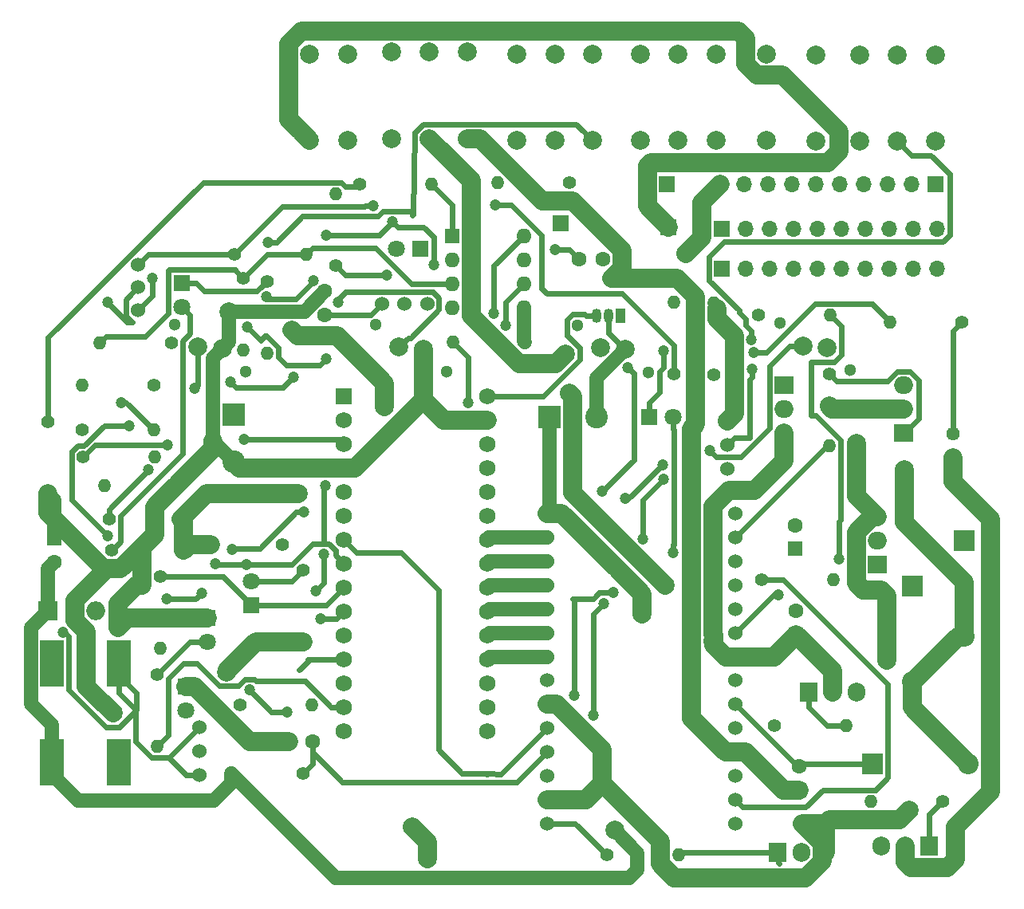
<source format=gbr>
G04 #@! TF.GenerationSoftware,KiCad,Pcbnew,5.1.6-c6e7f7d~86~ubuntu19.10.1*
G04 #@! TF.CreationDate,2020-06-16T13:29:06+02:00*
G04 #@! TF.ProjectId,laborBerlin,6c61626f-7242-4657-926c-696e2e6b6963,rev?*
G04 #@! TF.SameCoordinates,Original*
G04 #@! TF.FileFunction,Copper,L2,Bot*
G04 #@! TF.FilePolarity,Positive*
%FSLAX46Y46*%
G04 Gerber Fmt 4.6, Leading zero omitted, Abs format (unit mm)*
G04 Created by KiCad (PCBNEW 5.1.6-c6e7f7d~86~ubuntu19.10.1) date 2020-06-16 13:29:06*
%MOMM*%
%LPD*%
G01*
G04 APERTURE LIST*
G04 #@! TA.AperFunction,ComponentPad*
%ADD10C,1.400000*%
G04 #@! TD*
G04 #@! TA.AperFunction,ComponentPad*
%ADD11O,1.400000X1.400000*%
G04 #@! TD*
G04 #@! TA.AperFunction,ComponentPad*
%ADD12C,1.600000*%
G04 #@! TD*
G04 #@! TA.AperFunction,ComponentPad*
%ADD13R,1.600000X1.600000*%
G04 #@! TD*
G04 #@! TA.AperFunction,ComponentPad*
%ADD14R,2.400000X2.400000*%
G04 #@! TD*
G04 #@! TA.AperFunction,ComponentPad*
%ADD15C,2.400000*%
G04 #@! TD*
G04 #@! TA.AperFunction,ComponentPad*
%ADD16R,1.800000X1.800000*%
G04 #@! TD*
G04 #@! TA.AperFunction,ComponentPad*
%ADD17C,1.800000*%
G04 #@! TD*
G04 #@! TA.AperFunction,ComponentPad*
%ADD18R,2.200000X2.200000*%
G04 #@! TD*
G04 #@! TA.AperFunction,ComponentPad*
%ADD19O,2.200000X2.200000*%
G04 #@! TD*
G04 #@! TA.AperFunction,ComponentPad*
%ADD20R,2.000000X2.000000*%
G04 #@! TD*
G04 #@! TA.AperFunction,ComponentPad*
%ADD21O,2.000000X2.000000*%
G04 #@! TD*
G04 #@! TA.AperFunction,ComponentPad*
%ADD22C,1.524000*%
G04 #@! TD*
G04 #@! TA.AperFunction,ComponentPad*
%ADD23C,2.000000*%
G04 #@! TD*
G04 #@! TA.AperFunction,ComponentPad*
%ADD24R,1.700000X1.700000*%
G04 #@! TD*
G04 #@! TA.AperFunction,ComponentPad*
%ADD25O,1.700000X1.700000*%
G04 #@! TD*
G04 #@! TA.AperFunction,ComponentPad*
%ADD26R,2.500000X5.000000*%
G04 #@! TD*
G04 #@! TA.AperFunction,ComponentPad*
%ADD27O,1.905000X2.000000*%
G04 #@! TD*
G04 #@! TA.AperFunction,ComponentPad*
%ADD28R,1.905000X2.000000*%
G04 #@! TD*
G04 #@! TA.AperFunction,ComponentPad*
%ADD29O,2.000000X1.905000*%
G04 #@! TD*
G04 #@! TA.AperFunction,ComponentPad*
%ADD30R,2.000000X1.905000*%
G04 #@! TD*
G04 #@! TA.AperFunction,ComponentPad*
%ADD31C,1.440000*%
G04 #@! TD*
G04 #@! TA.AperFunction,ComponentPad*
%ADD32O,1.050000X1.500000*%
G04 #@! TD*
G04 #@! TA.AperFunction,ComponentPad*
%ADD33R,1.050000X1.500000*%
G04 #@! TD*
G04 #@! TA.AperFunction,ComponentPad*
%ADD34O,1.600000X1.600000*%
G04 #@! TD*
G04 #@! TA.AperFunction,WasherPad*
%ADD35C,1.300000*%
G04 #@! TD*
G04 #@! TA.AperFunction,ComponentPad*
%ADD36C,1.727200*%
G04 #@! TD*
G04 #@! TA.AperFunction,ComponentPad*
%ADD37R,1.727200X1.727200*%
G04 #@! TD*
G04 #@! TA.AperFunction,ViaPad*
%ADD38C,2.000000*%
G04 #@! TD*
G04 #@! TA.AperFunction,ViaPad*
%ADD39C,1.200000*%
G04 #@! TD*
G04 #@! TA.AperFunction,Conductor*
%ADD40C,0.600000*%
G04 #@! TD*
G04 #@! TA.AperFunction,Conductor*
%ADD41C,2.050000*%
G04 #@! TD*
G04 #@! TA.AperFunction,Conductor*
%ADD42C,1.500000*%
G04 #@! TD*
G04 APERTURE END LIST*
D10*
X181950000Y-65350000D03*
D11*
X181950000Y-72970000D03*
X229400000Y-67630000D03*
D10*
X229400000Y-75250000D03*
D12*
X184300000Y-114200000D03*
X186800000Y-114200000D03*
D13*
X159400000Y-92650000D03*
D12*
X159400000Y-95150000D03*
D13*
X238450000Y-119350000D03*
D12*
X238450000Y-116850000D03*
X238150000Y-100350000D03*
D13*
X238150000Y-102850000D03*
X238050000Y-93750000D03*
D12*
X238050000Y-91250000D03*
X188100000Y-68900000D03*
X188100000Y-66400000D03*
D14*
X211950000Y-79750000D03*
D15*
X216950000Y-79750000D03*
D12*
X217600000Y-63000000D03*
X215100000Y-63000000D03*
D15*
X178400000Y-84500000D03*
D14*
X178400000Y-79500000D03*
D16*
X175600000Y-101100000D03*
D17*
X175600000Y-103640000D03*
X173350000Y-110890000D03*
D16*
X173350000Y-108350000D03*
D18*
X250450000Y-97750000D03*
D19*
X250450000Y-107910000D03*
D20*
X158720000Y-100300000D03*
D21*
X163800000Y-100300000D03*
D18*
X255950000Y-92850000D03*
D19*
X255950000Y-103010000D03*
X256410000Y-116550000D03*
D18*
X246250000Y-116550000D03*
D16*
X222500000Y-79750000D03*
D17*
X225040000Y-79750000D03*
D16*
X180300000Y-99700000D03*
D17*
X180300000Y-97160000D03*
X172900000Y-68040000D03*
D16*
X172900000Y-65500000D03*
D17*
X195660000Y-61900000D03*
D16*
X198200000Y-61900000D03*
D22*
X174768000Y-115200000D03*
X174794000Y-112660000D03*
X174794000Y-117740000D03*
D23*
X240200000Y-50500000D03*
X240200000Y-41300000D03*
X235000000Y-41200000D03*
X235000000Y-50400000D03*
D24*
X230250000Y-64000000D03*
D25*
X232790000Y-64000000D03*
X235330000Y-64000000D03*
X237870000Y-64000000D03*
X240410000Y-64000000D03*
X242950000Y-64000000D03*
X245490000Y-64000000D03*
X248030000Y-64000000D03*
X250570000Y-64000000D03*
X253110000Y-64000000D03*
D24*
X230200000Y-59800000D03*
D25*
X232740000Y-59800000D03*
X235280000Y-59800000D03*
X237820000Y-59800000D03*
X240360000Y-59800000D03*
X242900000Y-59800000D03*
X245440000Y-59800000D03*
X247980000Y-59800000D03*
X250520000Y-59800000D03*
X253060000Y-59800000D03*
X230040000Y-55050000D03*
X232580000Y-55050000D03*
X235120000Y-55050000D03*
X237660000Y-55050000D03*
X240200000Y-55050000D03*
X242740000Y-55050000D03*
X245280000Y-55050000D03*
X247820000Y-55050000D03*
X250360000Y-55050000D03*
D24*
X252900000Y-55050000D03*
X224600000Y-59600000D03*
X224400000Y-55000000D03*
X213100000Y-59200000D03*
D26*
X166250000Y-105950000D03*
X159150000Y-116450000D03*
X166250000Y-116450000D03*
X159150000Y-105950000D03*
D22*
X230800000Y-85240000D03*
X230800000Y-82700000D03*
X230800000Y-80160000D03*
D27*
X241230000Y-126000000D03*
X238690000Y-126000000D03*
D28*
X236150000Y-126000000D03*
X239450000Y-108950000D03*
D27*
X241990000Y-108950000D03*
X244530000Y-108950000D03*
D29*
X246750000Y-90370000D03*
X246750000Y-92910000D03*
D30*
X246750000Y-95450000D03*
D27*
X247170000Y-125350000D03*
X249710000Y-125350000D03*
D28*
X252250000Y-125350000D03*
D30*
X236850000Y-76350000D03*
D29*
X236850000Y-78890000D03*
X236850000Y-81430000D03*
D30*
X249550000Y-81450000D03*
D29*
X249550000Y-78910000D03*
X249550000Y-76370000D03*
D22*
X168300000Y-66000000D03*
X168274000Y-68400000D03*
X168274000Y-63600000D03*
X194150000Y-67750000D03*
X196550000Y-67750000D03*
X198950000Y-67750000D03*
D10*
X218000000Y-126250000D03*
D11*
X225620000Y-126250000D03*
D10*
X185800000Y-117600000D03*
D11*
X178180000Y-117600000D03*
D10*
X235850000Y-112550000D03*
D11*
X243470000Y-112550000D03*
D10*
X169950000Y-76350000D03*
D11*
X162330000Y-76350000D03*
D10*
X165200000Y-90600000D03*
D11*
X172820000Y-90600000D03*
X186720000Y-110300000D03*
D10*
X179100000Y-110300000D03*
X234450000Y-97050000D03*
D11*
X242070000Y-97050000D03*
X246030000Y-120550000D03*
D10*
X253650000Y-120550000D03*
D11*
X241770000Y-68950000D03*
D10*
X234150000Y-68950000D03*
X172300000Y-87000000D03*
D11*
X164680000Y-87000000D03*
D10*
X241650000Y-75200000D03*
D11*
X241650000Y-82820000D03*
X175980000Y-93300000D03*
D10*
X183600000Y-93300000D03*
D11*
X170300000Y-114720000D03*
D10*
X170300000Y-107100000D03*
D11*
X206480000Y-54850000D03*
D10*
X214100000Y-54850000D03*
X162300000Y-81100000D03*
D11*
X169920000Y-81100000D03*
X170070000Y-84000000D03*
D10*
X162450000Y-84000000D03*
D11*
X185800000Y-103620000D03*
D10*
X185800000Y-96000000D03*
X158700000Y-80250000D03*
D11*
X158700000Y-87870000D03*
D10*
X189250000Y-63650000D03*
D11*
X189250000Y-56030000D03*
D10*
X225150000Y-75150000D03*
D11*
X225150000Y-67530000D03*
X199420000Y-55050000D03*
D10*
X191800000Y-55050000D03*
D11*
X201680000Y-71800000D03*
D10*
X209300000Y-71800000D03*
D11*
X186120000Y-62500000D03*
D10*
X178500000Y-62500000D03*
D11*
X248130000Y-69650000D03*
D10*
X255750000Y-69650000D03*
D11*
X164180000Y-71900000D03*
D10*
X171800000Y-71900000D03*
X179450000Y-65050000D03*
D11*
X179450000Y-72670000D03*
D10*
X165500000Y-93900000D03*
D11*
X173120000Y-93900000D03*
X170600000Y-104320000D03*
D10*
X170600000Y-96700000D03*
D31*
X254750000Y-81500000D03*
X254750000Y-84040000D03*
X254750000Y-86580000D03*
D22*
X211650000Y-95080000D03*
X211650000Y-90000000D03*
X211650000Y-92540000D03*
X211650000Y-97590000D03*
X211650000Y-100130000D03*
X211650000Y-102670000D03*
X211650000Y-105210000D03*
X211650000Y-107740000D03*
X211650000Y-110280000D03*
X211650000Y-112820000D03*
X211650000Y-115360000D03*
X211650000Y-117890000D03*
X211650000Y-120390000D03*
X211650000Y-122930000D03*
X231700000Y-112820000D03*
X231700000Y-115360000D03*
X231700000Y-100130000D03*
X231700000Y-122930000D03*
X231700000Y-92540000D03*
X231700000Y-110280000D03*
X231700000Y-102670000D03*
X231700000Y-117890000D03*
X231700000Y-97590000D03*
X231700000Y-90000000D03*
X231700000Y-107740000D03*
X231700000Y-120390000D03*
X231700000Y-95080000D03*
X231700000Y-105210000D03*
D23*
X225600000Y-50400000D03*
X225600000Y-41200000D03*
X221600000Y-50400000D03*
X229600000Y-50400000D03*
X221600000Y-41200000D03*
X229600000Y-41200000D03*
X190500000Y-41200000D03*
X186500000Y-41200000D03*
X190500000Y-50400000D03*
X186500000Y-50400000D03*
X212500000Y-50400000D03*
X212500000Y-41200000D03*
X208500000Y-50400000D03*
X216500000Y-50400000D03*
X208500000Y-41200000D03*
X216500000Y-41200000D03*
D32*
X218230000Y-69000000D03*
X216960000Y-69000000D03*
D33*
X219500000Y-69000000D03*
D13*
X201600000Y-60500000D03*
D34*
X209220000Y-68120000D03*
X201600000Y-63040000D03*
X209220000Y-65580000D03*
X201600000Y-65580000D03*
X209220000Y-63040000D03*
X201600000Y-68120000D03*
X209220000Y-60500000D03*
D23*
X203200000Y-41000000D03*
X195200000Y-41000000D03*
X203200000Y-50200000D03*
X195200000Y-50200000D03*
X199200000Y-41000000D03*
X199200000Y-50200000D03*
D35*
X201000000Y-74950000D03*
X193500000Y-69950000D03*
D23*
X198550000Y-72550000D03*
X195950000Y-72350000D03*
X252900000Y-41300000D03*
X244900000Y-41300000D03*
X252900000Y-50500000D03*
X244900000Y-50500000D03*
X248900000Y-41300000D03*
X248900000Y-50500000D03*
X174600000Y-72300000D03*
X177200000Y-72500000D03*
D35*
X172150000Y-69900000D03*
X179650000Y-74900000D03*
X243900000Y-74800000D03*
X236400000Y-69800000D03*
D23*
X241450000Y-72400000D03*
X238850000Y-72200000D03*
X217400000Y-72400000D03*
X220000000Y-72600000D03*
D35*
X214950000Y-70000000D03*
X222450000Y-75000000D03*
D36*
X205320000Y-77530000D03*
X205320000Y-80070000D03*
X205320000Y-82610000D03*
X205320000Y-85150000D03*
X205320000Y-87690000D03*
X205320000Y-90230000D03*
X205320000Y-92770000D03*
X205320000Y-95310000D03*
X205320000Y-97850000D03*
X205320000Y-100390000D03*
X205320000Y-102930000D03*
X205320000Y-105470000D03*
X205320000Y-108010000D03*
X205320000Y-110550000D03*
X205320000Y-113090000D03*
X190080000Y-113090000D03*
X190080000Y-110550000D03*
X190080000Y-108010000D03*
X190080000Y-105470000D03*
X190080000Y-102930000D03*
X190080000Y-100390000D03*
X190080000Y-97850000D03*
X190080000Y-95310000D03*
X190080000Y-92770000D03*
X190080000Y-90230000D03*
X190080000Y-87690000D03*
X190080000Y-85150000D03*
X190080000Y-82610000D03*
X190080000Y-80070000D03*
D37*
X190080000Y-77530000D03*
D38*
X244550000Y-82550000D03*
X250150000Y-121500000D03*
X226450000Y-62400000D03*
X177900000Y-68550000D03*
X247800000Y-105600000D03*
X165650000Y-111150000D03*
X249650000Y-85350000D03*
X230800000Y-80160000D03*
X230800000Y-80160000D03*
X230800000Y-80160000D03*
X230800000Y-80160000D03*
X218850000Y-123650000D03*
X221800000Y-100650000D03*
X219107959Y-95885353D03*
X213600000Y-73050000D03*
X224200000Y-97650000D03*
X214055002Y-77250000D03*
D39*
X206015969Y-68784031D03*
X184750000Y-75500000D03*
X178100000Y-76000000D03*
X212500000Y-61950000D03*
D38*
X197400000Y-123300000D03*
X198950000Y-126700000D03*
X241650000Y-78600000D03*
D39*
X224050000Y-86350000D03*
X221840470Y-92709530D03*
X218761090Y-98388910D03*
X214600000Y-109300000D03*
X225109530Y-94159530D03*
X224050000Y-72700000D03*
X182100000Y-61200000D03*
X179800000Y-95400000D03*
X188150010Y-87000000D03*
X167300000Y-80650000D03*
X165000000Y-92350000D03*
X176500000Y-95350000D03*
X175000000Y-98450000D03*
X171295000Y-99100000D03*
X233600000Y-72900000D03*
X160259635Y-102633088D03*
X165000000Y-67600000D03*
D38*
X194450000Y-78650000D03*
X184662495Y-70587505D03*
X177624322Y-106825009D03*
X185300000Y-87850000D03*
D39*
X233386999Y-71516297D03*
X233428002Y-74700000D03*
X179850000Y-70200000D03*
X169800000Y-65050000D03*
X188250000Y-73600000D03*
X203300000Y-78245000D03*
X207265969Y-70034031D03*
X186900000Y-65299999D03*
X188210693Y-60420635D03*
X195300000Y-59000000D03*
X181884635Y-66971001D03*
X199650000Y-63600000D03*
X194650000Y-64700000D03*
X184050000Y-111050000D03*
X180100000Y-108750000D03*
X169400000Y-85350000D03*
X189475000Y-67600000D03*
X185900000Y-89850000D03*
X178256001Y-93799999D03*
X236250000Y-98600000D03*
X242650000Y-94850000D03*
X219950000Y-88421998D03*
X223971998Y-84800000D03*
X228950000Y-83300000D03*
X217700000Y-99550000D03*
X216600000Y-111450000D03*
X217550000Y-87650000D03*
X220285018Y-74507015D03*
X166500000Y-78200000D03*
X171350000Y-82750000D03*
X179550000Y-82100000D03*
X206200000Y-57200000D03*
X193200000Y-57350000D03*
X187950000Y-94300000D03*
X187100000Y-98250000D03*
X187616399Y-101150000D03*
X174250000Y-76700000D03*
D40*
X186800000Y-115331370D02*
X186800000Y-114200000D01*
X189968640Y-118500010D02*
X186800000Y-115331370D01*
X208509990Y-118500010D02*
X189968640Y-118500010D01*
X211650000Y-115360000D02*
X208509990Y-118500010D01*
X186800000Y-116600000D02*
X185800000Y-117600000D01*
X186800000Y-115331370D02*
X186800000Y-116600000D01*
D41*
X246750000Y-90370000D02*
X246163036Y-90370000D01*
X246163036Y-90370000D02*
X244524990Y-92008046D01*
X244550000Y-88170000D02*
X246750000Y-90370000D01*
X244550000Y-82550000D02*
X244550000Y-88170000D01*
X211650000Y-120390000D02*
X215810000Y-120390000D01*
X215810000Y-120390000D02*
X217550000Y-118650000D01*
X212727630Y-110280000D02*
X211650000Y-110280000D01*
X217550000Y-115102370D02*
X212727630Y-110280000D01*
X217550000Y-118650000D02*
X217550000Y-115102370D01*
X230040000Y-55050000D02*
X228124999Y-56965001D01*
X228124999Y-60725001D02*
X226450000Y-62400000D01*
X228124999Y-56965001D02*
X228124999Y-60725001D01*
D40*
X218230000Y-70830000D02*
X218230000Y-69000000D01*
X220000000Y-72600000D02*
X218230000Y-70830000D01*
D42*
X159400000Y-88570000D02*
X158700000Y-87870000D01*
X159400000Y-92650000D02*
X159400000Y-88570000D01*
X209220000Y-71720000D02*
X209300000Y-71800000D01*
X209220000Y-68120000D02*
X209220000Y-71720000D01*
X188100000Y-66400000D02*
X185950000Y-68550000D01*
X185950000Y-68550000D02*
X177900000Y-68550000D01*
X177900000Y-71800000D02*
X177200000Y-72500000D01*
X177900000Y-68550000D02*
X177900000Y-71800000D01*
X177200001Y-83300001D02*
X178400000Y-84500000D01*
X176200001Y-73499999D02*
X176200001Y-82300001D01*
X176200001Y-82300001D02*
X177200001Y-83300001D01*
X177200000Y-72500000D02*
X176200001Y-73499999D01*
X216950000Y-75650000D02*
X216950000Y-79750000D01*
X220000000Y-72600000D02*
X216950000Y-75650000D01*
D41*
X176200001Y-83099999D02*
X176200001Y-82300001D01*
X172300000Y-87000000D02*
X176200001Y-83099999D01*
X179050000Y-85150000D02*
X178400000Y-84500000D01*
X190080000Y-85150000D02*
X179050000Y-85150000D01*
X191301314Y-85150000D02*
X198550000Y-77901314D01*
X190080000Y-85150000D02*
X191301314Y-85150000D01*
X198550000Y-77901314D02*
X198550000Y-72550000D01*
X200718686Y-80070000D02*
X205320000Y-80070000D01*
X198550000Y-77901314D02*
X200718686Y-80070000D01*
X244524990Y-97382492D02*
X245242498Y-98100000D01*
X244524990Y-92008046D02*
X244524990Y-97382492D01*
X245242498Y-98100000D02*
X247150000Y-98100000D01*
X247800000Y-98750000D02*
X247800000Y-104100000D01*
X247150000Y-98100000D02*
X247800000Y-98750000D01*
X247800000Y-104100000D02*
X247800000Y-105600000D01*
X241680001Y-122499999D02*
X249150001Y-122499999D01*
X249150001Y-122499999D02*
X250150000Y-121500000D01*
X241230000Y-122950000D02*
X241680001Y-122499999D01*
X241230000Y-126000000D02*
X241230000Y-122950000D01*
X223694999Y-124794999D02*
X217550000Y-118650000D01*
X223694999Y-127174001D02*
X223694999Y-124794999D01*
X225196006Y-128675008D02*
X223694999Y-127174001D01*
X239141956Y-128675008D02*
X225196006Y-128675008D01*
X240867510Y-126949454D02*
X239141956Y-128675008D01*
X240867510Y-125050546D02*
X240867510Y-126949454D01*
X238766964Y-122950000D02*
X240867510Y-125050546D01*
X241230000Y-122950000D02*
X238766964Y-122950000D01*
X171600001Y-87699999D02*
X172300000Y-87000000D01*
X158700000Y-89949002D02*
X164575999Y-95825001D01*
X158700000Y-87870000D02*
X158700000Y-89949002D01*
X166424001Y-95825001D02*
X170000000Y-92249002D01*
X170000000Y-89300000D02*
X171600001Y-87699999D01*
X164575999Y-95825001D02*
X166424001Y-95825001D01*
X170000000Y-92249002D02*
X170000000Y-89300000D01*
X168674999Y-93574003D02*
X170000000Y-92249002D01*
X168674999Y-97624001D02*
X168674999Y-93574003D01*
X184300000Y-114200000D02*
X180150998Y-114200000D01*
X174300998Y-108350000D02*
X173350000Y-108350000D01*
X180150998Y-114200000D02*
X174300998Y-108350000D01*
X164981997Y-95825001D02*
X166424001Y-95825001D01*
X161574999Y-101368001D02*
X161574999Y-99231999D01*
X162731999Y-102525001D02*
X161574999Y-101368001D01*
X162731999Y-108387001D02*
X162731999Y-102525001D01*
X161574999Y-99231999D02*
X164981997Y-95825001D01*
X164494999Y-110150001D02*
X162731999Y-108387001D01*
X164650001Y-110150001D02*
X164494999Y-110150001D01*
X165650000Y-111150000D02*
X164650001Y-110150001D01*
X168075999Y-97624001D02*
X166100000Y-99600000D01*
X168674999Y-97624001D02*
X168075999Y-97624001D01*
X166100000Y-99600000D02*
X166100000Y-102100000D01*
X167100000Y-101100000D02*
X175600000Y-101100000D01*
X166100000Y-102100000D02*
X167100000Y-101100000D01*
X255950000Y-101454366D02*
X255950000Y-103010000D01*
X249650000Y-90955002D02*
X255950000Y-97255002D01*
X255950000Y-97255002D02*
X255950000Y-101454366D01*
X249650000Y-85350000D02*
X249650000Y-90955002D01*
X255350000Y-103010000D02*
X250450000Y-107910000D01*
X255950000Y-103010000D02*
X255350000Y-103010000D01*
X250450000Y-110590000D02*
X256410000Y-116550000D01*
X250450000Y-107910000D02*
X250450000Y-110590000D01*
X229725009Y-69325009D02*
X229725009Y-68231699D01*
X231561999Y-71161999D02*
X229725009Y-69325009D01*
X230800000Y-80160000D02*
X231561999Y-79398001D01*
X231561999Y-79398001D02*
X231561999Y-71161999D01*
X230800000Y-80160000D02*
X230810000Y-80160000D01*
D40*
X206541314Y-77530000D02*
X205320000Y-77530000D01*
X215125008Y-73681680D02*
X211276688Y-77530000D01*
X211276688Y-77530000D02*
X206541314Y-77530000D01*
X215125008Y-72418320D02*
X215125008Y-73681680D01*
X213799999Y-71093311D02*
X215125008Y-72418320D01*
X213799999Y-69447999D02*
X213799999Y-71093311D01*
X214397999Y-68849999D02*
X213799999Y-69447999D01*
X215684999Y-68849999D02*
X214397999Y-68849999D01*
X215835000Y-69000000D02*
X215684999Y-68849999D01*
X216960000Y-69000000D02*
X215835000Y-69000000D01*
D42*
X211950000Y-89700000D02*
X211650000Y-90000000D01*
X211950000Y-79750000D02*
X211950000Y-89700000D01*
X189280001Y-128700001D02*
X220442001Y-128700001D01*
X178180000Y-117600000D02*
X189280001Y-128700001D01*
X220442001Y-128700001D02*
X221300001Y-127842001D01*
X221300001Y-127842001D02*
X221300001Y-126100001D01*
X221300001Y-126100001D02*
X218850000Y-123650000D01*
X212564213Y-90000000D02*
X211650000Y-90000000D01*
X159150000Y-117700000D02*
X159150000Y-116450000D01*
X161900000Y-120450000D02*
X159150000Y-117700000D01*
X176319949Y-120450000D02*
X161900000Y-120450000D01*
X178180000Y-118589949D02*
X176319949Y-120450000D01*
X178180000Y-117600000D02*
X178180000Y-118589949D01*
X156949999Y-102070001D02*
X158720000Y-100300000D01*
X159150000Y-112450000D02*
X156949999Y-110249999D01*
X156949999Y-110249999D02*
X156949999Y-102070001D01*
X159150000Y-116450000D02*
X159150000Y-112450000D01*
X158720000Y-95830000D02*
X159400000Y-95150000D01*
X158720000Y-100300000D02*
X158720000Y-95830000D01*
D41*
X221800000Y-98577394D02*
X219107959Y-95885353D01*
X221800000Y-100650000D02*
X221800000Y-98577394D01*
X213222606Y-90000000D02*
X211650000Y-90000000D01*
X219107959Y-95885353D02*
X213222606Y-90000000D01*
D40*
X238750000Y-116550000D02*
X238450000Y-116850000D01*
X246250000Y-116550000D02*
X238750000Y-116550000D01*
X238270000Y-116850000D02*
X238450000Y-116850000D01*
X231700000Y-110280000D02*
X238270000Y-116850000D01*
D41*
X232777630Y-115360000D02*
X236767630Y-119350000D01*
X236767630Y-119350000D02*
X238450000Y-119350000D01*
X231700000Y-115360000D02*
X232777630Y-115360000D01*
X231700000Y-115360000D02*
X230622370Y-115360000D01*
X211189214Y-56775001D02*
X204614213Y-50200000D01*
X204614213Y-50200000D02*
X203200000Y-50200000D01*
X214372003Y-56775001D02*
X211189214Y-56775001D01*
X219625001Y-62027999D02*
X214372003Y-56775001D01*
X218572001Y-65025001D02*
X219625001Y-63972001D01*
X225494003Y-65025001D02*
X218572001Y-65025001D01*
X219625001Y-63972001D02*
X219625001Y-62027999D01*
X227474999Y-67005997D02*
X225494003Y-65025001D01*
X227474999Y-80544239D02*
X227474999Y-67005997D01*
X227024990Y-80994248D02*
X227474999Y-80544239D01*
X230622370Y-115360000D02*
X227024990Y-111762620D01*
X227024990Y-111762620D02*
X227024990Y-80994248D01*
X235790000Y-105210000D02*
X238150000Y-102850000D01*
X231700000Y-105210000D02*
X235790000Y-105210000D01*
X241990000Y-106690000D02*
X241990000Y-108950000D01*
X238150000Y-102850000D02*
X241990000Y-106690000D01*
X230622370Y-105210000D02*
X229400000Y-103987630D01*
X231700000Y-105210000D02*
X230622370Y-105210000D01*
X203625001Y-54625001D02*
X200199999Y-51199999D01*
X203625001Y-68974003D02*
X203625001Y-54625001D01*
X208700997Y-74049999D02*
X203625001Y-68974003D01*
X212600001Y-74049999D02*
X208700997Y-74049999D01*
X200199999Y-51199999D02*
X199200000Y-50200000D01*
X213600000Y-73050000D02*
X212600001Y-74049999D01*
X229400000Y-103650000D02*
X229300000Y-103550000D01*
X229400000Y-103987630D02*
X229400000Y-103650000D01*
X236802500Y-81430000D02*
X236850000Y-81430000D01*
X236850000Y-84432500D02*
X236850000Y-81430000D01*
X233732500Y-87550000D02*
X236850000Y-84432500D01*
X229400000Y-103650000D02*
X229400000Y-102900000D01*
X229400000Y-102900000D02*
X229275000Y-102775000D01*
X229275000Y-102775000D02*
X229275000Y-89275000D01*
X229275000Y-89275000D02*
X231000000Y-87550000D01*
X231000000Y-87550000D02*
X233732500Y-87550000D01*
X214375001Y-77569999D02*
X214055002Y-77250000D01*
X214375001Y-87825001D02*
X214375001Y-77569999D01*
X224200000Y-97650000D02*
X214375001Y-87825001D01*
D40*
X193000000Y-68900000D02*
X194150000Y-67750000D01*
X188100000Y-68900000D02*
X193000000Y-68900000D01*
X209220000Y-60500000D02*
X206015969Y-63704031D01*
X206015969Y-63704031D02*
X206015969Y-68784031D01*
X184100000Y-76150000D02*
X184750000Y-75500000D01*
X178699999Y-76599999D02*
X183650001Y-76599999D01*
X183650001Y-76599999D02*
X184100000Y-76150000D01*
X178100000Y-76000000D02*
X178699999Y-76599999D01*
X214050000Y-61950000D02*
X215100000Y-63000000D01*
X212500000Y-61950000D02*
X214050000Y-61950000D01*
D41*
X254182501Y-127575001D02*
X255000000Y-126757502D01*
X250317499Y-127575001D02*
X254182501Y-127575001D01*
X249710000Y-125350000D02*
X249710000Y-126967502D01*
X249710000Y-126967502D02*
X250317499Y-127575001D01*
X255000000Y-126757502D02*
X255000000Y-123300000D01*
X255469999Y-87299999D02*
X254750000Y-86580000D01*
X258735001Y-90565001D02*
X255469999Y-87299999D01*
X258735001Y-119564999D02*
X258735001Y-90565001D01*
X255000000Y-123300000D02*
X258735001Y-119564999D01*
X254750000Y-86580000D02*
X254750000Y-84040000D01*
X198950000Y-124850000D02*
X197400000Y-123300000D01*
X198950000Y-126700000D02*
X198950000Y-124850000D01*
X249550000Y-78910000D02*
X241960000Y-78910000D01*
X241960000Y-78910000D02*
X241650000Y-78600000D01*
D40*
X173760000Y-103640000D02*
X175600000Y-103640000D01*
X170300000Y-107100000D02*
X173760000Y-103640000D01*
X224050000Y-86350000D02*
X221840470Y-88559530D01*
X221840470Y-88559530D02*
X221840470Y-92709530D01*
X217233088Y-98388910D02*
X216821998Y-98800000D01*
X218761090Y-98388910D02*
X217233088Y-98388910D01*
X216599999Y-99021999D02*
X214378001Y-99021999D01*
X216821998Y-98800000D02*
X216599999Y-99021999D01*
X214378001Y-99021999D02*
X214600000Y-99243998D01*
X214600000Y-99243998D02*
X214600000Y-109300000D01*
X225040000Y-81022792D02*
X225040000Y-79750000D01*
X225150001Y-93270531D02*
X225150001Y-81132793D01*
X225150001Y-81132793D02*
X225040000Y-81022792D01*
X225109530Y-93311002D02*
X225150001Y-93270531D01*
X225109530Y-94159530D02*
X225109530Y-93311002D01*
X223600001Y-74923997D02*
X223600001Y-77149999D01*
X222500000Y-78250000D02*
X222500000Y-79750000D01*
X223600001Y-77149999D02*
X222500000Y-78250000D01*
X224050000Y-74473998D02*
X223600001Y-74923997D01*
X224050000Y-72700000D02*
X224050000Y-74473998D01*
X184640000Y-97160000D02*
X185800000Y-96000000D01*
X180300000Y-97160000D02*
X184640000Y-97160000D01*
X188230000Y-99700000D02*
X190080000Y-97850000D01*
X180300000Y-99700000D02*
X188230000Y-99700000D01*
X177300000Y-96700000D02*
X180300000Y-99700000D01*
X170600000Y-96700000D02*
X177300000Y-96700000D01*
X166400001Y-92999999D02*
X166199999Y-93200001D01*
X166199999Y-93200001D02*
X165500000Y-93900000D01*
X166400001Y-90249999D02*
X166400001Y-92999999D01*
X173000001Y-83649999D02*
X166400001Y-90249999D01*
X173000001Y-71679997D02*
X173000001Y-83649999D01*
X173799999Y-70879999D02*
X173000001Y-71679997D01*
X173799999Y-68939999D02*
X173799999Y-70879999D01*
X172900000Y-68040000D02*
X173799999Y-68939999D01*
X181250001Y-66049999D02*
X181950000Y-65350000D01*
X180899999Y-66400001D02*
X181250001Y-66049999D01*
X174400000Y-65500000D02*
X175300001Y-66400001D01*
X175300001Y-66400001D02*
X180899999Y-66400001D01*
X172900000Y-65500000D02*
X174400000Y-65500000D01*
X215500001Y-49400001D02*
X216500000Y-50400000D01*
X214774992Y-48674992D02*
X215500001Y-49400001D01*
X198568320Y-48674992D02*
X214774992Y-48674992D01*
X197674992Y-49568320D02*
X198568320Y-48674992D01*
X193728001Y-58450001D02*
X194278003Y-57899999D01*
X185698527Y-58450001D02*
X193728001Y-58450001D01*
X182948528Y-61200000D02*
X185698527Y-58450001D01*
X182100000Y-61200000D02*
X182948528Y-61200000D01*
X197099999Y-57899999D02*
X197450000Y-58250000D01*
X194278003Y-57899999D02*
X197099999Y-57899999D01*
X197400000Y-58300000D02*
X197450000Y-58250000D01*
X197450000Y-58250000D02*
X197674992Y-49568320D01*
X184623998Y-95400000D02*
X179800000Y-95400000D01*
X189216401Y-94446401D02*
X189216401Y-93938399D01*
X190080000Y-95310000D02*
X189216401Y-94446401D01*
X189216401Y-93938399D02*
X188478001Y-93199999D01*
X186823999Y-93199999D02*
X184623998Y-95400000D01*
X187999999Y-87150011D02*
X188150010Y-87000000D01*
X187999999Y-93199999D02*
X187999999Y-87150011D01*
X187999999Y-93199999D02*
X186823999Y-93199999D01*
X188478001Y-93199999D02*
X187999999Y-93199999D01*
X161249999Y-88599999D02*
X165000000Y-92350000D01*
X164668616Y-80650000D02*
X162518617Y-82799999D01*
X162518617Y-82799999D02*
X161873999Y-82799999D01*
X161249999Y-83423999D02*
X161249999Y-88599999D01*
X161873999Y-82799999D02*
X161249999Y-83423999D01*
X167300000Y-80650000D02*
X164668616Y-80650000D01*
X179800000Y-95400000D02*
X176550000Y-95400000D01*
X176550000Y-95400000D02*
X176500000Y-95350000D01*
X174350000Y-99100000D02*
X175000000Y-98450000D01*
X171295000Y-99100000D02*
X174350000Y-99100000D01*
X235002002Y-72900000D02*
X233600000Y-72900000D01*
X248130000Y-69650000D02*
X246229999Y-67749999D01*
X240152003Y-67749999D02*
X235002002Y-72900000D01*
X246229999Y-67749999D02*
X240152003Y-67749999D01*
X191550000Y-55300000D02*
X191800000Y-55050000D01*
X175176239Y-54829999D02*
X189826001Y-54829999D01*
X189826001Y-54829999D02*
X190296002Y-55300000D01*
X190296002Y-55300000D02*
X191550000Y-55300000D01*
X158700000Y-71306238D02*
X175176239Y-54829999D01*
X158700000Y-80250000D02*
X158700000Y-71306238D01*
X168000001Y-110800001D02*
X166250000Y-109050000D01*
X169723999Y-115920001D02*
X168000001Y-114196003D01*
X166250000Y-109050000D02*
X166250000Y-105950000D01*
X168000001Y-114196003D02*
X168000001Y-110800001D01*
X171533999Y-115920001D02*
X169723999Y-115920001D01*
X174794000Y-112660000D02*
X171533999Y-115920001D01*
X173353998Y-117740000D02*
X174794000Y-117740000D01*
X171533999Y-115920001D02*
X173353998Y-117740000D01*
X160483090Y-102633088D02*
X160259635Y-102633088D01*
X160900001Y-103049999D02*
X160483090Y-102633088D01*
X160900001Y-108711692D02*
X160900001Y-103049999D01*
X164863317Y-112675008D02*
X160900001Y-108711692D01*
X166250000Y-107200000D02*
X168100000Y-109050000D01*
X166281680Y-112675008D02*
X164863317Y-112675008D01*
X166250000Y-105950000D02*
X166250000Y-107200000D01*
X168100000Y-109050000D02*
X168100000Y-110856688D01*
X168100000Y-110856688D02*
X166281680Y-112675008D01*
X167538001Y-66761999D02*
X168300000Y-66000000D01*
X167011999Y-67288001D02*
X167538001Y-66761999D01*
X167011999Y-69005761D02*
X167011999Y-67288001D01*
X167062001Y-69662001D02*
X167668239Y-69662001D01*
X167668239Y-69662001D02*
X167011999Y-69005761D01*
X165000000Y-67600000D02*
X167062001Y-69662001D01*
D41*
X185500001Y-49400001D02*
X186500000Y-50400000D01*
X184274999Y-48174999D02*
X185500001Y-49400001D01*
X232017999Y-38774999D02*
X185631999Y-38774999D01*
X232774999Y-39531999D02*
X232017999Y-38774999D01*
X232774999Y-42268001D02*
X232774999Y-39531999D01*
X233931999Y-43425001D02*
X232774999Y-42268001D01*
X184274999Y-40131999D02*
X184274999Y-48174999D01*
X236668001Y-43425001D02*
X233931999Y-43425001D01*
X242674999Y-49431999D02*
X236668001Y-43425001D01*
X185631999Y-38774999D02*
X184274999Y-40131999D01*
X242674999Y-51568001D02*
X242674999Y-49431999D01*
X241517999Y-52725001D02*
X242674999Y-51568001D01*
X222703993Y-52725001D02*
X241517999Y-52725001D01*
X222324999Y-53103995D02*
X222703993Y-52725001D01*
X222324999Y-57324999D02*
X222324999Y-53103995D01*
X224600000Y-59600000D02*
X222324999Y-57324999D01*
X185199989Y-71124999D02*
X184662495Y-70587505D01*
X189397001Y-71124999D02*
X185199989Y-71124999D01*
X194450000Y-78650000D02*
X194450000Y-76177998D01*
X194450000Y-76177998D02*
X189397001Y-71124999D01*
X184662495Y-70587505D02*
X184600000Y-70525010D01*
X173720000Y-93300000D02*
X173120000Y-93900000D01*
X175980000Y-93300000D02*
X173720000Y-93300000D01*
X173120000Y-90900000D02*
X172820000Y-90600000D01*
X173120000Y-93900000D02*
X173120000Y-90900000D01*
X180760000Y-103620000D02*
X185800000Y-103620000D01*
X177780000Y-106600000D02*
X180760000Y-103620000D01*
X172820000Y-90600000D02*
X175570000Y-87850000D01*
X175570000Y-87850000D02*
X185300000Y-87850000D01*
D40*
X249899999Y-51499999D02*
X248900000Y-50500000D01*
X252450003Y-52000001D02*
X250400001Y-52000001D01*
X254410001Y-53959999D02*
X252450003Y-52000001D01*
X254410001Y-60448001D02*
X254410001Y-53959999D01*
X253708001Y-61150001D02*
X254410001Y-60448001D01*
X230499997Y-61150001D02*
X253708001Y-61150001D01*
X250400001Y-52000001D02*
X249899999Y-51499999D01*
X228899999Y-65250001D02*
X228899999Y-62749999D01*
X232062001Y-68412003D02*
X228899999Y-65250001D01*
X228899999Y-62749999D02*
X230499997Y-61150001D01*
X231561999Y-81938001D02*
X233161999Y-81938001D01*
X230800000Y-82700000D02*
X231561999Y-81938001D01*
X232062001Y-68638003D02*
X232750000Y-69326002D01*
X232062001Y-68412003D02*
X232062001Y-68638003D01*
X232750000Y-69326002D02*
X232750000Y-70000000D01*
X232750000Y-70000000D02*
X233386999Y-70636999D01*
X233386999Y-70636999D02*
X233386999Y-71516297D01*
X233161999Y-75814531D02*
X233161999Y-81938001D01*
X233428002Y-75548528D02*
X233161999Y-75814531D01*
X233428002Y-74700000D02*
X233428002Y-75548528D01*
X236250000Y-127050000D02*
X236350000Y-127150000D01*
X225870000Y-126000000D02*
X225620000Y-126250000D01*
X236150000Y-126000000D02*
X225870000Y-126000000D01*
X242480051Y-112550000D02*
X243470000Y-112550000D01*
X241450000Y-112550000D02*
X242480051Y-112550000D01*
X239450000Y-110550000D02*
X241450000Y-112550000D01*
X239450000Y-108950000D02*
X239450000Y-110550000D01*
X252250000Y-121950000D02*
X253650000Y-120550000D01*
X252250000Y-125350000D02*
X252250000Y-121950000D01*
X234150000Y-68950000D02*
X234150000Y-69300403D01*
X251150000Y-79897500D02*
X249597500Y-81450000D01*
X249597500Y-81450000D02*
X249550000Y-81450000D01*
X251150000Y-75868341D02*
X251150000Y-79897500D01*
X250199149Y-74917490D02*
X251150000Y-75868341D01*
X248900851Y-74917490D02*
X250199149Y-74917490D01*
X247868340Y-75950001D02*
X248900851Y-74917490D01*
X242400001Y-75950001D02*
X247868340Y-75950001D01*
X241650000Y-75200000D02*
X242400001Y-75950001D01*
X181279999Y-71629999D02*
X179850000Y-70200000D01*
X169800000Y-66874000D02*
X168274000Y-68400000D01*
X169800000Y-65050000D02*
X169800000Y-66874000D01*
X187599999Y-74250001D02*
X188250000Y-73600000D01*
X184023999Y-74250001D02*
X187599999Y-74250001D01*
X181753308Y-71156690D02*
X181912692Y-71156690D01*
X181279999Y-71629999D02*
X181753308Y-71156690D01*
X183150001Y-72393999D02*
X183150001Y-73376003D01*
X181912692Y-71156690D02*
X183150001Y-72393999D01*
X183150001Y-73376003D02*
X184023999Y-74250001D01*
X203300000Y-73420000D02*
X201680000Y-71800000D01*
X203300000Y-78245000D02*
X203300000Y-73420000D01*
X207265969Y-67534031D02*
X209220000Y-65580000D01*
X207265969Y-70034031D02*
X207265969Y-67534031D01*
X185300000Y-66950000D02*
X187050000Y-65200000D01*
X188210693Y-60420635D02*
X193879365Y-60420635D01*
X193879365Y-60420635D02*
X195300000Y-59000000D01*
X185300000Y-66950000D02*
X185000000Y-67250000D01*
X182050000Y-67250000D02*
X181800000Y-67000000D01*
X185000000Y-67250000D02*
X182050000Y-67250000D01*
X198600001Y-59599999D02*
X195899999Y-59599999D01*
X195899999Y-59599999D02*
X195300000Y-59000000D01*
X199650000Y-60649998D02*
X198600001Y-59599999D01*
X199650000Y-63600000D02*
X199650000Y-60649998D01*
X190300000Y-64700000D02*
X189250000Y-63650000D01*
X194650000Y-64700000D02*
X190300000Y-64700000D01*
X214680000Y-122930000D02*
X218000000Y-126250000D01*
X211650000Y-122930000D02*
X214680000Y-122930000D01*
X184050000Y-111050000D02*
X182400000Y-111050000D01*
X182400000Y-111050000D02*
X180100000Y-108750000D01*
X165200000Y-89550000D02*
X165200000Y-90600000D01*
X169400000Y-85350000D02*
X165200000Y-89550000D01*
X196949999Y-71350001D02*
X197217761Y-71350001D01*
X199555761Y-66487999D02*
X190262001Y-66487999D01*
X195950000Y-72350000D02*
X196949999Y-71350001D01*
X197217761Y-71350001D02*
X200212001Y-68355761D01*
X200212001Y-68355761D02*
X200212001Y-67144239D01*
X200212001Y-67144239D02*
X199555761Y-66487999D01*
X190262001Y-66487999D02*
X189475000Y-67275000D01*
X189475000Y-67275000D02*
X189475000Y-67600000D01*
X185051472Y-89850000D02*
X181201472Y-93700000D01*
X185900000Y-89850000D02*
X185051472Y-89850000D01*
X181201472Y-93700000D02*
X178356000Y-93700000D01*
X178356000Y-93700000D02*
X178256001Y-93799999D01*
X236774002Y-97050000D02*
X235439949Y-97050000D01*
X247850001Y-118050001D02*
X247850001Y-108125999D01*
X247850001Y-108125999D02*
X236774002Y-97050000D01*
X246550003Y-119349999D02*
X247850001Y-118050001D01*
X240950003Y-119349999D02*
X246550003Y-119349999D01*
X239148003Y-121151999D02*
X240950003Y-119349999D01*
X235439949Y-97050000D02*
X234450000Y-97050000D01*
X232461999Y-121151999D02*
X239148003Y-121151999D01*
X231700000Y-120390000D02*
X232461999Y-121151999D01*
X242950001Y-70130001D02*
X242950001Y-73120001D01*
X241770000Y-68950000D02*
X242950001Y-70130001D01*
X242950001Y-73120001D02*
X242170001Y-73900001D01*
X242170001Y-73900001D02*
X239699999Y-73900001D01*
X231700000Y-102670000D02*
X235770000Y-98600000D01*
X235770000Y-98600000D02*
X236250000Y-98600000D01*
X240206002Y-79600000D02*
X239700000Y-79600000D01*
X242850001Y-90643311D02*
X242850001Y-82243999D01*
X242650000Y-90843312D02*
X242850001Y-90643311D01*
X242650000Y-94850000D02*
X242650000Y-90843312D01*
X239700000Y-79600000D02*
X239699999Y-73900001D01*
X242850001Y-82243999D02*
X240206002Y-79600000D01*
X241420000Y-82820000D02*
X241650000Y-82820000D01*
X231700000Y-92540000D02*
X241420000Y-82820000D01*
X219950000Y-88421998D02*
X220350000Y-88421998D01*
X220350000Y-88421998D02*
X223971998Y-84800000D01*
X229612001Y-83962001D02*
X228950000Y-83300000D01*
X237435787Y-72200000D02*
X238850000Y-72200000D01*
X235277490Y-74358297D02*
X237435787Y-72200000D01*
X235277490Y-80953894D02*
X235277490Y-74358297D01*
X232269383Y-83962001D02*
X235277490Y-80953894D01*
X229612001Y-83962001D02*
X232269383Y-83962001D01*
X190080000Y-105470000D02*
X186280000Y-105470000D01*
X186280000Y-105720000D02*
X185400000Y-106600000D01*
X186280000Y-105470000D02*
X186280000Y-105720000D01*
X217700000Y-99550000D02*
X216600000Y-100650000D01*
X216600000Y-100650000D02*
X216600000Y-111450000D01*
X220900000Y-84300000D02*
X217550000Y-87650000D01*
X220285018Y-74507015D02*
X220900000Y-75121997D01*
X220900000Y-75121997D02*
X220900000Y-84300000D01*
X188746002Y-110550000D02*
X190080000Y-110550000D01*
X170300000Y-114720000D02*
X171500001Y-113519999D01*
X171500001Y-113519999D02*
X171500001Y-107499997D01*
X180606001Y-107649999D02*
X180756003Y-107800001D01*
X171500001Y-107499997D02*
X173049998Y-105950000D01*
X173049998Y-105950000D02*
X174529311Y-105950000D01*
X176904321Y-108325010D02*
X178896988Y-108325010D01*
X178896988Y-108325010D02*
X179571999Y-107649999D01*
X179571999Y-107649999D02*
X180606001Y-107649999D01*
X180756003Y-107800001D02*
X185996003Y-107800001D01*
X174529311Y-105950000D02*
X176904321Y-108325010D01*
X185996003Y-107800001D02*
X188746002Y-110550000D01*
X167020000Y-78200000D02*
X169920000Y-81100000D01*
X166500000Y-78200000D02*
X167020000Y-78200000D01*
X162450000Y-84000000D02*
X163700000Y-82750000D01*
X163700000Y-82750000D02*
X171350000Y-82750000D01*
X189570000Y-82100000D02*
X190080000Y-82610000D01*
X179550000Y-82100000D02*
X189570000Y-82100000D01*
X201600000Y-57230000D02*
X199420000Y-55050000D01*
X201600000Y-60500000D02*
X201600000Y-57230000D01*
X254750000Y-70650000D02*
X255750000Y-69650000D01*
X254750000Y-81500000D02*
X254750000Y-70650000D01*
X211650000Y-112820000D02*
X206770000Y-117700000D01*
X200150000Y-98100000D02*
X200150000Y-115100000D01*
X202650000Y-117600000D02*
X205550000Y-117600000D01*
X200150000Y-115100000D02*
X202650000Y-117600000D01*
X206770000Y-117700000D02*
X205550000Y-117600000D01*
X196183601Y-94133601D02*
X200150000Y-98100000D01*
X191443601Y-94133601D02*
X196183601Y-94133601D01*
X205550000Y-117600000D02*
X205280998Y-117700000D01*
X190080000Y-92770000D02*
X191443601Y-94133601D01*
D42*
X205580000Y-105210000D02*
X205320000Y-105470000D01*
X211650000Y-105210000D02*
X205580000Y-105210000D01*
X205580000Y-102670000D02*
X205320000Y-102930000D01*
X211650000Y-102670000D02*
X205580000Y-102670000D01*
X205580000Y-100130000D02*
X205320000Y-100390000D01*
X211650000Y-100130000D02*
X205580000Y-100130000D01*
X205580000Y-97590000D02*
X205320000Y-97850000D01*
X211650000Y-97590000D02*
X205580000Y-97590000D01*
X205550000Y-92540000D02*
X205320000Y-92770000D01*
X211650000Y-92540000D02*
X205550000Y-92540000D01*
X205550000Y-95080000D02*
X205320000Y-95310000D01*
X211650000Y-95080000D02*
X205550000Y-95080000D01*
D40*
X225150001Y-72171999D02*
X219628002Y-66650000D01*
X225150000Y-75150000D02*
X225150001Y-72171999D01*
X219628002Y-66650000D02*
X211650000Y-66650000D01*
X211650000Y-66650000D02*
X211100000Y-66100000D01*
X207844002Y-57200000D02*
X206200000Y-57200000D01*
X211100000Y-66100000D02*
X211100000Y-60455998D01*
X211100000Y-60455998D02*
X207844002Y-57200000D01*
X192351472Y-57350000D02*
X192301472Y-57400000D01*
X193200000Y-57350000D02*
X192351472Y-57350000D01*
X183600000Y-57400000D02*
X178500000Y-62500000D01*
X192301472Y-57400000D02*
X183600000Y-57400000D01*
X169374000Y-62500000D02*
X178500000Y-62500000D01*
X168274000Y-63600000D02*
X169374000Y-62500000D01*
X187950000Y-94300000D02*
X187950000Y-97400000D01*
X187950000Y-97400000D02*
X187100000Y-98250000D01*
X189320000Y-101150000D02*
X190080000Y-100390000D01*
X187616399Y-101150000D02*
X189320000Y-101150000D01*
X174600000Y-72300000D02*
X174600000Y-76350000D01*
X174600000Y-76350000D02*
X174250000Y-76700000D01*
X171599999Y-64099999D02*
X178599999Y-64099999D01*
X171499999Y-68712001D02*
X171499999Y-64199999D01*
X169011999Y-71200001D02*
X171499999Y-68712001D01*
X171499999Y-64199999D02*
X171599999Y-64099999D01*
X164879999Y-71200001D02*
X169011999Y-71200001D01*
X164180000Y-71900000D02*
X164879999Y-71200001D01*
X197267998Y-65580000D02*
X200468630Y-65580000D01*
X193487999Y-61800001D02*
X197267998Y-65580000D01*
X200468630Y-65580000D02*
X201600000Y-65580000D01*
X186819999Y-61800001D02*
X193487999Y-61800001D01*
X186120000Y-62500000D02*
X186819999Y-61800001D01*
X182400000Y-62500000D02*
X186120000Y-62500000D01*
X178599999Y-64199999D02*
X178599999Y-64099999D01*
X179450000Y-65050000D02*
X178599999Y-64199999D01*
X182000000Y-62500000D02*
X182400000Y-62500000D01*
X179450000Y-65050000D02*
X182000000Y-62500000D01*
M02*

</source>
